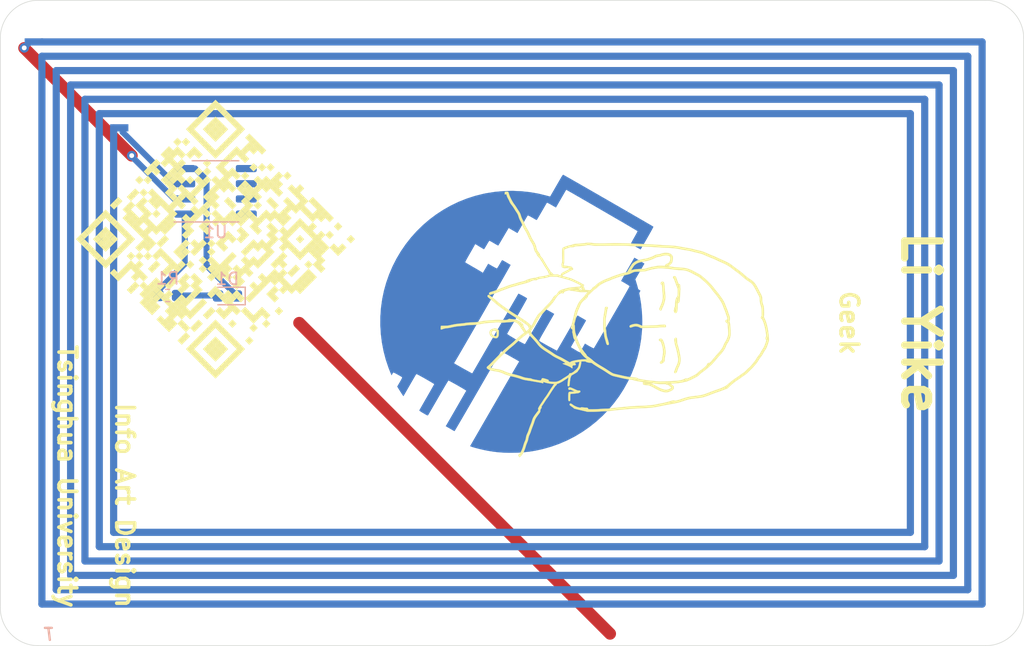
<source format=kicad_pcb>
(kicad_pcb (version 20171130) (host pcbnew "(5.1.9)-1")
  (layers (0 F.Cu signal) (31 B.Cu signal) (34 B.Paste user) (35 F.Paste user) (36 B.SilkS user) (37 F.SilkS user) (38 B.Mask user) (39 F.Mask user) (44 Edge.Cuts user))
  (net 0 "")
  (net 1 "Net-(AE1-Pad2)")
  (net 2 GND)
  (net 3 "Net-(D1-Pad2)")
  (net 4 +3V3)
  (net 5 "Net-(AE1-Pad1)")
  (net 6 "Net-(U1-Pad8)")
  (net 7 "Net-(U1-Pad7)")
  (net 8 "Net-(U1-Pad6)")
  (net 9 "Net-(U1-Pad5)")
  (module Avatars:8李怡珂 (layer F.Cu) (at 151.15 73.01 270)
    (fp_text reference G*** hide)
    (fp_text value LOGO hide)
  )
  (module Card:FutureInteractionDisconnect (layer B.Cu) (at 142.8 73.01)
    (fp_text reference G*** hide)
    (fp_text value LOGO hide)
    (fp_poly (pts (xy 0.476798 10.843159) (xy 0.984689 10.811521) (xy 1.474558 10.756716) (xy 1.960792 10.677047) (xy 2.457777 10.570817) (xy 2.578206 10.541687) (xy 3.286119 10.341214) (xy 3.97344 10.095386) (xy 4.638474 9.805974) (xy 5.279524 9.474753) (xy 5.894894 9.103496) (xy 6.482888 8.693976) (xy 7.04181 8.247968) (xy 7.569964 7.767244) (xy 8.065655 7.253579) (xy 8.527185 6.708745) (xy 8.952859 6.134517) (xy 9.340981 5.532667) (xy 9.689855 4.90497) (xy 9.997785 4.253199) (xy 10.263075 3.579127) (xy 10.484028 2.884529) (xy 10.658949 2.171177) (xy 10.67963 2.0701) (xy 10.801638 1.330457) (xy 10.873378 0.58695) (xy 10.894846 -0.158117) (xy 10.866035 -0.902439) (xy 10.78694 -1.643714) (xy 10.690058 -2.219732) (xy 10.635958 -2.496365) (xy 10.687195 -2.601827) (xy 10.738433 -2.707288) (xy 10.642725 -2.76237) (xy 10.57361 -2.813266) (xy 10.538395 -2.874747) (xy 10.529264 -2.912089) (xy 10.51508 -2.972243) (xy 10.489173 -3.068151) (xy 10.455095 -3.187118) (xy 10.416403 -3.316451) (xy 10.412243 -3.330031) (xy 10.312976 -3.653336) (xy 10.692223 -4.309184) (xy 11.071471 -4.965031) (xy 10.964985 -5.030828) (xy 10.903142 -5.068253) (xy 10.809179 -5.124154) (xy 10.694928 -5.191533) (xy 10.57222 -5.263392) (xy 10.547784 -5.277639) (xy 10.237069 -5.458652) (xy 10.137689 -5.288376) (xy 9.967675 -4.996343) (xy 9.808924 -4.722203) (xy 9.66303 -4.468783) (xy 9.531585 -4.23891) (xy 9.416183 -4.03541) (xy 9.318418 -3.861108) (xy 9.239884 -3.718833) (xy 9.182173 -3.61141) (xy 9.146879 -3.541665) (xy 9.135596 -3.512425) (xy 9.136046 -3.511716) (xy 9.164063 -3.496979) (xy 9.227852 -3.461062) (xy 9.3194 -3.408548) (xy 9.430696 -3.344018) (xy 9.4996 -3.303792) (xy 9.637811 -3.221258) (xy 9.735593 -3.15862) (xy 9.797636 -3.112437) (xy 9.828633 -3.079266) (xy 9.834027 -3.058465) (xy 9.820177 -3.029499) (xy 9.782837 -2.960241) (xy 9.723931 -2.854025) (xy 9.645384 -2.714183) (xy 9.549119 -2.544049) (xy 9.437062 -2.346956) (xy 9.311138 -2.126238) (xy 9.173271 -1.885229) (xy 9.025385 -1.62726) (xy 8.869405 -1.355667) (xy 8.707256 -1.073782) (xy 8.540863 -0.784938) (xy 8.372149 -0.49247) (xy 8.20304 -0.199709) (xy 8.03546 0.090009) (xy 7.871334 0.373352) (xy 7.712586 0.646987) (xy 7.561141 0.907579) (xy 7.418924 1.151796) (xy 7.287859 1.376305) (xy 7.16987 1.577771) (xy 7.066883 1.752862) (xy 6.980822 1.898244) (xy 6.913611 2.010584) (xy 6.867176 2.086548) (xy 6.84344 2.122803) (xy 6.840974 2.125466) (xy 6.808278 2.117555) (xy 6.738414 2.0862) (xy 6.637449 2.034628) (xy 6.511448 1.966064) (xy 6.36648 1.883737) (xy 6.208612 1.790872) (xy 6.183242 1.77566) (xy 6.105384 1.728857) (xy 5.894063 2.096329) (xy 5.823088 2.218199) (xy 5.760368 2.322976) (xy 5.710386 2.403401) (xy 5.677625 2.452217) (xy 5.667121 2.463723) (xy 5.637825 2.451453) (xy 5.575043 2.418207) (xy 5.487566 2.36919) (xy 5.384183 2.309608) (xy 5.273686 2.244664) (xy 5.164865 2.179564) (xy 5.066509 2.119512) (xy 4.98741 2.069714) (xy 4.936358 2.035373) (xy 4.92158 2.02229) (xy 4.933833 1.99713) (xy 4.969152 1.932263) (xy 5.025133 1.83193) (xy 5.09937 1.700376) (xy 5.189458 1.541844) (xy 5.29299 1.360577) (xy 5.407561 1.160818) (xy 5.530766 0.946812) (xy 5.55997 0.896198) (xy 5.684526 0.680078) (xy 5.80079 0.477699) (xy 5.906391 0.293234) (xy 5.998957 0.130856) (xy 6.076116 -0.00526) (xy 6.135498 -0.110942) (xy 6.17473 -0.182016) (xy 6.191441 -0.214307) (xy 6.191837 -0.215823) (xy 6.169285 -0.229211) (xy 6.111795 -0.262713) (xy 6.028445 -0.311082) (xy 5.928313 -0.369071) (xy 5.820475 -0.43143) (xy 5.714011 -0.492914) (xy 5.617997 -0.548273) (xy 5.541511 -0.592261) (xy 5.493632 -0.61963) (xy 5.483312 -0.625412) (xy 5.468283 -0.605464) (xy 5.430101 -0.545036) (xy 5.370888 -0.447717) (xy 5.292762 -0.317094) (xy 5.197843 -0.156756) (xy 5.088252 0.029711) (xy 4.966108 0.238716) (xy 4.833532 0.466674) (xy 4.692643 0.709995) (xy 4.622009 0.832368) (xy 4.477601 1.082663) (xy 4.340473 1.320067) (xy 4.212756 1.540903) (xy 4.096585 1.741495) (xy 3.994093 1.918167) (xy 3.907414 2.067243) (xy 3.838682 2.185046) (xy 3.790029 2.267902) (xy 3.76359 2.312132) (xy 3.759448 2.318529) (xy 3.735327 2.310133) (xy 3.673365 2.28003) (xy 3.579841 2.231692) (xy 3.461036 2.168593) (xy 3.32323 2.094204) (xy 3.172702 2.011998) (xy 3.015732 1.925448) (xy 2.858599 1.838025) (xy 2.707584 1.753204) (xy 2.568966 1.674455) (xy 2.449025 1.605252) (xy 2.354041 1.549067) (xy 2.290293 1.509373) (xy 2.268843 1.494271) (xy 2.266979 1.47259) (xy 2.284275 1.423159) (xy 2.32229 1.342886) (xy 2.382584 1.228679) (xy 2.466716 1.07745) (xy 2.571794 0.893812) (xy 2.685372 0.697133) (xy 2.81263 0.476767) (xy 2.944466 0.248473) (xy 3.071782 0.028007) (xy 3.185479 -0.168875) (xy 3.215098 -0.220164) (xy 3.525594 -0.757828) (xy 3.167325 -0.963385) (xy 3.0277 -1.042281) (xy 2.925374 -1.096862) (xy 2.854557 -1.129721) (xy 2.809459 -1.14345) (xy 2.784291 -1.140642) (xy 2.779722 -1.13692) (xy 2.762251 -1.109847) (xy 2.721702 -1.042493) (xy 2.660279 -0.938641) (xy 2.580188 -0.802073) (xy 2.483633 -0.63657) (xy 2.372819 -0.445915) (xy 2.249951 -0.233888) (xy 2.117234 -0.004271) (xy 1.976872 0.239154) (xy 1.931765 0.3175) (xy 1.789487 0.564379) (xy 1.654156 0.798552) (xy 1.527975 1.016246) (xy 1.41315 1.21369) (xy 1.311885 1.387112) (xy 1.226383 1.53274) (xy 1.158849 1.646802) (xy 1.111487 1.725526) (xy 1.086501 1.76514) (xy 1.083621 1.768911) (xy 1.054992 1.764093) (xy 0.989356 1.736223) (xy 0.892961 1.688891) (xy 0.772051 1.625688) (xy 0.632874 1.550206) (xy 0.481675 1.466035) (xy 0.324701 1.376766) (xy 0.168198 1.285989) (xy 0.018412 1.197296) (xy -0.118411 1.114277) (xy -0.236023 1.040523) (xy -0.32818 0.979625) (xy -0.388635 0.935174) (xy -0.411141 0.91076) (xy -0.411087 0.909645) (xy -0.397314 0.882444) (xy -0.360221 0.815008) (xy -0.301931 0.711067) (xy -0.22457 0.574353) (xy -0.130263 0.408597) (xy -0.021134 0.217531) (xy 0.100691 0.004887) (xy 0.233087 -0.225605) (xy 0.37393 -0.470213) (xy 0.435504 -0.576974) (xy 0.578763 -0.825951) (xy 0.713878 -1.062143) (xy 0.838786 -1.281859) (xy 0.951428 -1.481408) (xy 1.049742 -1.657099) (xy 1.131668 -1.805241) (xy 1.195145 -1.922143) (xy 1.238112 -2.004114) (xy 1.258508 -2.047464) (xy 1.259813 -2.053333) (xy 1.230636 -2.078021) (xy 1.167549 -2.119077) (xy 1.07968 -2.171534) (xy 0.976157 -2.23043) (xy 0.866109 -2.290799) (xy 0.758664 -2.347679) (xy 0.66295 -2.396104) (xy 0.588097 -2.43111) (xy 0.543232 -2.447734) (xy 0.534867 -2.447568) (xy 0.520172 -2.423431) (xy 0.481517 -2.3577) (xy 0.420304 -2.252797) (xy 0.337934 -2.111144) (xy 0.235808 -1.935163) (xy 0.115329 -1.727276) (xy -0.022102 -1.489904) (xy -0.175083 -1.225471) (xy -0.342214 -0.936399) (xy -0.522091 -0.625108) (xy -0.713315 -0.294021) (xy -0.914482 0.054439) (xy -1.124192 0.417851) (xy -1.341043 0.793792) (xy -1.395948 0.889) (xy -1.614299 1.26758) (xy -1.825822 1.634169) (xy -2.02912 1.986351) (xy -2.222792 2.321708) (xy -2.405442 2.637825) (xy -2.575668 2.932284) (xy -2.732075 3.202668) (xy -2.873262 3.446561) (xy -2.99783 3.661546) (xy -3.104383 3.845206) (xy -3.19152 3.995124) (xy -3.257843 4.108884) (xy -3.301953 4.184069) (xy -3.322453 4.218262) (xy -3.323727 4.220125) (xy -3.347562 4.21091) (xy -3.409249 4.179884) (xy -3.502578 4.13052) (xy -3.62134 4.066293) (xy -3.759327 3.990676) (xy -3.910329 3.907143) (xy -4.068139 3.819169) (xy -4.226546 3.730228) (xy -4.379343 3.643793) (xy -4.520319 3.563339) (xy -4.643268 3.492339) (xy -4.741979 3.434268) (xy -4.810243 3.392599) (xy -4.841853 3.370808) (xy -4.842135 3.370533) (xy -4.838087 3.343162) (xy -4.810259 3.29385) (xy -4.80401 3.284947) (xy -4.780083 3.247421) (xy -4.733048 3.169482) (xy -4.664429 3.053775) (xy -4.575747 2.902948) (xy -4.468526 2.719647) (xy -4.344288 2.506516) (xy -4.204555 2.266204) (xy -4.05085 2.001354) (xy -3.884696 1.714615) (xy -3.707615 1.408631) (xy -3.52113 1.086049) (xy -3.326763 0.749515) (xy -3.126037 0.401675) (xy -2.920474 0.045176) (xy -2.711598 -0.317338) (xy -2.50093 -0.683219) (xy -2.289994 -1.049821) (xy -2.080311 -1.414499) (xy -1.873405 -1.774607) (xy -1.670798 -2.127497) (xy -1.474012 -2.470525) (xy -1.28457 -2.801044) (xy -1.103995 -3.116407) (xy -0.93381 -3.41397) (xy -0.775536 -3.691085) (xy -0.630696 -3.945107) (xy -0.500814 -4.173389) (xy -0.387411 -4.373286) (xy -0.29201 -4.542152) (xy -0.216134 -4.677339) (xy -0.161306 -4.776203) (xy -0.129047 -4.836097) (xy -0.12055 -4.854481) (xy -0.148094 -4.872927) (xy -0.20966 -4.910308) (xy -0.296 -4.96131) (xy -0.397867 -5.020616) (xy -0.506014 -5.08291) (xy -0.611194 -5.142878) (xy -0.70416 -5.195204) (xy -0.775665 -5.234572) (xy -0.816461 -5.255667) (xy -0.822178 -5.2578) (xy -0.838059 -5.236966) (xy -0.874508 -5.179447) (xy -0.926976 -5.092712) (xy -0.990913 -4.984229) (xy -1.032724 -4.912095) (xy -1.102552 -4.79303) (xy -1.165122 -4.690318) (xy -1.215493 -4.611763) (xy -1.248727 -4.565171) (xy -1.258171 -4.55588) (xy -1.288054 -4.564389) (xy -1.35364 -4.59469) (xy -1.446906 -4.642711) (xy -1.559832 -4.70438) (xy -1.637655 -4.748519) (xy -1.990869 -4.951668) (xy -2.149317 -4.679284) (xy -2.217631 -4.562121) (xy -2.283393 -4.449812) (xy -2.338709 -4.355815) (xy -2.373162 -4.297784) (xy -2.438558 -4.188668) (xy -2.546429 -4.262275) (xy -2.597072 -4.294445) (xy -2.684832 -4.3476) (xy -2.80268 -4.417593) (xy -2.943589 -4.500277) (xy -3.100528 -4.591503) (xy -3.2639 -4.68565) (xy -3.424814 -4.778382) (xy -3.572138 -4.864052) (xy -3.699845 -4.939097) (xy -3.80191 -4.999949) (xy -3.872307 -5.043043) (xy -3.90501 -5.064814) (xy -3.905734 -5.065449) (xy -3.910202 -5.082339) (xy -3.901796 -5.116628) (xy -3.878477 -5.17232) (xy -3.838203 -5.25342) (xy -3.778934 -5.363933) (xy -3.698629 -5.507865) (xy -3.595247 -5.68922) (xy -3.531084 -5.800695) (xy -3.432139 -5.972688) (xy -3.341858 -6.130582) (xy -3.263264 -6.269015) (xy -3.19938 -6.382622) (xy -3.153231 -6.466041) (xy -3.127838 -6.513907) (xy -3.123812 -6.523205) (xy -3.111402 -6.557575) (xy -3.100951 -6.57599) (xy -3.080344 -6.590961) (xy -3.043599 -6.583451) (xy -2.980525 -6.550329) (xy -2.942589 -6.52732) (xy -2.749686 -6.408294) (xy -2.597127 -6.315195) (xy -2.482465 -6.246571) (xy -2.403252 -6.200974) (xy -2.357039 -6.176953) (xy -2.343024 -6.1722) (xy -2.324092 -6.193152) (xy -2.285107 -6.251056) (xy -2.230736 -6.338485) (xy -2.165646 -6.448011) (xy -2.120011 -6.527164) (xy -2.050271 -6.647126) (xy -1.987949 -6.749842) (xy -1.937776 -6.827859) (xy -1.904486 -6.873724) (xy -1.894188 -6.882764) (xy -1.865233 -6.870804) (xy -1.800524 -6.837362) (xy -1.708056 -6.786776) (xy -1.595824 -6.723386) (xy -1.520929 -6.6802) (xy -1.401491 -6.611244) (xy -1.297982 -6.552313) (xy -1.218106 -6.507727) (xy -1.169566 -6.481804) (xy -1.158573 -6.477) (xy -1.141528 -6.497567) (xy -1.104805 -6.553403) (xy -1.053996 -6.635708) (xy -1.001138 -6.72465) (xy -0.943078 -6.823665) (xy -0.865712 -6.955218) (xy -0.775624 -7.108136) (xy -0.679395 -7.271248) (xy -0.583609 -7.433381) (xy -0.567759 -7.460184) (xy -0.279207 -7.948068) (xy 0.455887 -7.523734) (xy 0.866825 -8.238617) (xy 0.967402 -8.413009) (xy 1.060911 -8.574047) (xy 1.144103 -8.716219) (xy 1.213727 -8.834015) (xy 1.266536 -8.921926) (xy 1.299281 -8.974441) (xy 1.307807 -8.986519) (xy 1.327383 -8.994683) (xy 1.363309 -8.987875) (xy 1.421643 -8.963388) (xy 1.508445 -8.918513) (xy 1.629772 -8.850544) (xy 1.691276 -8.815157) (xy 1.811773 -8.746037) (xy 1.916721 -8.6869) (xy 1.998341 -8.642044) (xy 2.048855 -8.615768) (xy 2.061268 -8.610688) (xy 2.077453 -8.631871) (xy 2.115688 -8.692012) (xy 2.172874 -8.78593) (xy 2.245914 -8.908443) (xy 2.331708 -9.054371) (xy 2.427158 -9.218533) (xy 2.490374 -9.32815) (xy 2.590527 -9.502048) (xy 2.682946 -9.661936) (xy 2.764507 -9.802454) (xy 2.832086 -9.918243) (xy 2.88256 -10.003945) (xy 2.912803 -10.054199) (xy 2.919983 -10.065158) (xy 2.946486 -10.059565) (xy 3.009077 -10.031782) (xy 3.100194 -9.985601) (xy 3.212271 -9.924811) (xy 3.304985 -9.872229) (xy 3.672914 -9.659841) (xy 4.531862 -11.148983) (xy 4.647181 -11.084657) (xy 4.745495 -11.029327) (xy 4.878742 -10.953582) (xy 5.043824 -10.85922) (xy 5.237643 -10.74804) (xy 5.4571 -10.62184) (xy 5.699097 -10.482418) (xy 5.960536 -10.331574) (xy 6.238318 -10.171106) (xy 6.529346 -10.002811) (xy 6.830521 -9.82849) (xy 7.138744 -9.64994) (xy 7.450919 -9.468959) (xy 7.763945 -9.287347) (xy 8.074726 -9.106902) (xy 8.380163 -8.929423) (xy 8.677157 -8.756707) (xy 8.962611 -8.590554) (xy 9.233426 -8.432762) (xy 9.486504 -8.28513) (xy 9.718747 -8.149456) (xy 9.927056 -8.027539) (xy 10.108334 -7.921176) (xy 10.259481 -7.832168) (xy 10.377401 -7.762312) (xy 10.458993 -7.713406) (xy 10.501161 -7.68725) (xy 10.506485 -7.683316) (xy 10.497286 -7.654357) (xy 10.46572 -7.588192) (xy 10.415246 -7.49136) (xy 10.349323 -7.3704) (xy 10.271409 -7.231851) (xy 10.224413 -7.150028) (xy 10.141958 -7.005108) (xy 10.070332 -6.874558) (xy 10.012842 -6.7648) (xy 9.972795 -6.682257) (xy 9.9535 -6.63335) (xy 9.953021 -6.623018) (xy 9.980019 -6.604656) (xy 10.041235 -6.567003) (xy 10.128288 -6.514927) (xy 10.232797 -6.453294) (xy 10.346382 -6.386968) (xy 10.460661 -6.320818) (xy 10.567255 -6.259708) (xy 10.657782 -6.208505) (xy 10.723862 -6.172076) (xy 10.757113 -6.155285) (xy 10.759427 -6.154793) (xy 10.772426 -6.177069) (xy 10.808159 -6.238814) (xy 10.864001 -6.335479) (xy 10.937327 -6.462514) (xy 11.025512 -6.615372) (xy 11.12593 -6.789503) (xy 11.235957 -6.980358) (xy 11.302268 -7.095411) (xy 11.424496 -7.308908) (xy 11.534096 -7.503137) (xy 11.62898 -7.674229) (xy 11.707058 -7.818311) (xy 11.766244 -7.931512) (xy 11.804449 -8.009962) (xy 11.819584 -8.049789) (xy 11.819201 -8.053758) (xy 11.793341 -8.070444) (xy 11.726342 -8.110703) (xy 11.620964 -8.172945) (xy 11.479967 -8.255581) (xy 11.306114 -8.35702) (xy 11.102164 -8.475674) (xy 10.870878 -8.609951) (xy 10.615018 -8.758263) (xy 10.337343 -8.91902) (xy 10.040614 -9.090632) (xy 9.727593 -9.27151) (xy 9.40104 -9.460063) (xy 9.063716 -9.654702) (xy 8.718381 -9.853837) (xy 8.367797 -10.055878) (xy 8.014724 -10.259236) (xy 7.661922 -10.462322) (xy 7.312153 -10.663544) (xy 6.968178 -10.861314) (xy 6.632756 -11.054042) (xy 6.30865 -11.240138) (xy 5.998619 -11.418012) (xy 5.705424 -11.586075) (xy 5.431827 -11.742737) (xy 5.180587 -11.886409) (xy 4.954466 -12.015499) (xy 4.756225 -12.12842) (xy 4.588623 -12.22358) (xy 4.454423 -12.299391) (xy 4.356384 -12.354262) (xy 4.297268 -12.386604) (xy 4.279741 -12.3952) (xy 4.250856 -12.374613) (xy 4.20655 -12.320076) (xy 4.155381 -12.242424) (xy 4.144306 -12.22375) (xy 4.10714 -12.159655) (xy 4.048542 -12.058342) (xy 3.972437 -11.92661) (xy 3.882752 -11.771259) (xy 3.783412 -11.599088) (xy 3.678343 -11.416897) (xy 3.620006 -11.3157) (xy 3.518863 -11.140318) (xy 3.426042 -10.979555) (xy 3.344523 -10.838554) (xy 3.277283 -10.722459) (xy 3.227302 -10.636417) (xy 3.197559 -10.58557) (xy 3.190352 -10.573648) (xy 3.16546 -10.578053) (xy 3.100997 -10.593975) (xy 3.006248 -10.619014) (xy 2.890498 -10.650768) (xy 2.868982 -10.656778) (xy 2.179465 -10.824098) (xy 1.473229 -10.945348) (xy 0.755268 -11.020388) (xy 0.030576 -11.049075) (xy -0.695852 -11.031266) (xy -1.419022 -10.966818) (xy -2.13394 -10.85559) (xy -2.377149 -10.806469) (xy -3.091019 -10.628093) (xy -3.78564 -10.403717) (xy -4.459279 -10.135027) (xy -5.110204 -9.823706) (xy -5.73668 -9.47144) (xy -6.336975 -9.079914) (xy -6.909355 -8.650813) (xy -7.452089 -8.185823) (xy -7.963441 -7.686626) (xy -8.44168 -7.15491) (xy -8.885073 -6.592358) (xy -9.291885 -6.000657) (xy -9.660384 -5.381489) (xy -9.988838 -4.736542) (xy -10.275512 -4.067499) (xy -10.518674 -3.376045) (xy -10.705417 -2.709609) (xy -10.855206 -1.996713) (xy -10.956265 -1.273971) (xy -11.008864 -0.544935) (xy -11.013276 0.186843) (xy -10.96977 0.917811) (xy -10.878618 1.644416) (xy -10.740092 2.363108) (xy -10.554461 3.070334) (xy -10.321997 3.762541) (xy -10.185078 4.109643) (xy -10.07652 4.371185) (xy -10.014684 4.26232) (xy -9.973392 4.195385) (xy -9.938334 4.148296) (xy -9.926474 4.137155) (xy -9.897913 4.144185) (xy -9.834872 4.172127) (xy -9.746552 4.215965) (xy -9.642155 4.270678) (xy -9.530883 4.331248) (xy -9.421938 4.392656) (xy -9.324521 4.449883) (xy -9.247835 4.497909) (xy -9.201081 4.531717) (xy -9.198038 4.534467) (xy -9.188641 4.552931) (xy -9.192238 4.584273) (xy -9.211619 4.634749) (xy -9.249572 4.710616) (xy -9.30889 4.818128) (xy -9.379424 4.941202) (xy -9.595673 5.315065) (xy -9.542201 5.407083) (xy -9.495868 5.484434) (xy -9.433425 5.585479) (xy -9.362038 5.698978) (xy -9.288871 5.813695) (xy -9.22109 5.918392) (xy -9.16586 6.001832) (xy -9.1313 6.051501) (xy -9.0805 6.119745) (xy -8.560943 5.216605) (xy -8.447866 5.020317) (xy -8.341986 4.837045) (xy -8.246126 4.671634) (xy -8.163107 4.52893) (xy -8.09575 4.41378) (xy -8.046879 4.33103) (xy -8.019314 4.285524) (xy -8.014843 4.27878) (xy -7.999627 4.273543) (xy -7.967701 4.280546) (xy -7.915107 4.30179) (xy -7.837885 4.339275) (xy -7.732077 4.395003) (xy -7.593726 4.470975) (xy -7.418872 4.569192) (xy -7.24535 4.667806) (xy -7.069041 4.768995) (xy -6.907678 4.862832) (xy -6.766374 4.946249) (xy -6.650242 5.016177) (xy -6.564394 5.069546) (xy -6.513942 5.103289) (xy -6.5024 5.113779) (xy -6.514744 5.139551) (xy -6.550146 5.204943) (xy -6.606162 5.305639) (xy -6.68035 5.437321) (xy -6.770267 5.595674) (xy -6.873469 5.776382) (xy -6.987512 5.975129) (xy -7.109955 6.187599) (xy -7.124863 6.213408) (xy -7.248334 6.427429) (xy -7.363912 6.628381) (xy -7.469126 6.811922) (xy -7.561504 6.973712) (xy -7.638573 7.109408) (xy -7.697861 7.214669) (xy -7.736897 7.285154) (xy -7.753209 7.316522) (xy -7.753513 7.317416) (xy -7.734805 7.33856) (xy -7.679116 7.379844) (xy -7.593686 7.436403) (xy -7.485756 7.503373) (xy -7.407105 7.550102) (xy -7.273259 7.627504) (xy -7.176164 7.68116) (xy -7.109295 7.713926) (xy -7.066124 7.728655) (xy -7.040125 7.728203) (xy -7.025798 7.716885) (xy -7.008417 7.68856) (xy -6.967898 7.620001) (xy -6.906444 7.515003) (xy -6.826258 7.377358) (xy -6.729543 7.210863) (xy -6.618502 7.01931) (xy -6.495339 6.806494) (xy -6.362256 6.576208) (xy -6.221456 6.332248) (xy -6.17358 6.249223) (xy -6.030885 6.002351) (xy -5.895079 5.768628) (xy -5.768362 5.551761) (xy -5.652934 5.355458) (xy -5.550995 5.183424) (xy -5.464744 5.039367) (xy -5.396382 4.926994) (xy -5.348109 4.850011) (xy -5.322124 4.812126) (xy -5.31873 4.8088) (xy -5.291092 4.818252) (xy -5.22652 4.849717) (xy -5.131197 4.899669) (xy -5.011306 4.964584) (xy -4.873028 5.040937) (xy -4.722548 5.125203) (xy -4.566048 5.213858) (xy -4.40971 5.303377) (xy -4.259718 5.390236) (xy -4.122254 5.470909) (xy -4.0035 5.541872) (xy -3.90964 5.599601) (xy -3.846857 5.64057) (xy -3.821332 5.661255) (xy -3.821163 5.662539) (xy -3.834986 5.686479) (xy -3.872027 5.750678) (xy -3.930125 5.851386) (xy -4.007118 5.984856) (xy -4.100845 6.147341) (xy -4.209143 6.335093) (xy -4.329851 6.544364) (xy -4.460806 6.771406) (xy -4.599848 7.012472) (xy -4.635278 7.0739) (xy -4.777342 7.320144) (xy -4.912933 7.555043) (xy -5.039747 7.774611) (xy -5.155478 7.974864) (xy -5.257823 8.151818) (xy -5.344476 8.301489) (xy -5.413132 8.419891) (xy -5.461488 8.503041) (xy -5.487237 8.546954) (xy -5.489459 8.550657) (xy -5.537891 8.630414) (xy -5.183336 8.836407) (xy -5.062378 8.905981) (xy -4.95657 8.965514) (xy -4.873764 9.010693) (xy -4.821815 9.037205) (xy -4.808341 9.042384) (xy -4.793541 9.02077) (xy -4.754785 8.957527) (xy -4.693468 8.855046) (xy -4.610985 8.715719) (xy -4.508733 8.54194) (xy -4.388107 8.3361) (xy -4.250502 8.100592) (xy -4.097313 7.837807) (xy -3.929938 7.550139) (xy -3.74977 7.239978) (xy -3.558205 6.909718) (xy -3.35664 6.56175) (xy -3.146469 6.198467) (xy -2.929089 5.822261) (xy -2.859819 5.702284) (xy -2.640444 5.322512) (xy -2.427811 4.954916) (xy -2.223316 4.601889) (xy -2.028357 4.265822) (xy -1.844333 3.949108) (xy -1.67264 3.65414) (xy -1.514676 3.38331) (xy -1.371838 3.139011) (xy -1.245525 2.923634) (xy -1.137133 2.739574) (xy -1.048061 2.589221) (xy -0.979706 2.474969) (xy -0.933465 2.39921) (xy -0.910737 2.364336) (xy -0.908677 2.3622) (xy -0.883983 2.374197) (xy -0.821417 2.407837) (xy -0.727235 2.459595) (xy -0.607691 2.525945) (xy -0.469041 2.603361) (xy -0.317539 2.688318) (xy -0.159441 2.77729) (xy -0.001002 2.866752) (xy 0.151523 2.953178) (xy 0.291879 3.033042) (xy 0.413811 3.102819) (xy 0.511064 3.158982) (xy 0.577382 3.198008) (xy 0.605815 3.21583) (xy 0.597824 3.238062) (xy 0.567109 3.28585) (xy 0.55202 3.306682) (xy 0.533848 3.33594) (xy 0.491753 3.406662) (xy 0.427202 3.516313) (xy 0.341664 3.662358) (xy 0.236609 3.842263) (xy 0.113506 4.053493) (xy -0.026177 4.293515) (xy -0.180972 4.559792) (xy -0.349408 4.849792) (xy -0.530017 5.160979) (xy -0.72133 5.490818) (xy -0.921879 5.836776) (xy -1.130194 6.196318) (xy -1.344806 6.566908) (xy -1.564248 6.946013) (xy -1.787048 7.331099) (xy -2.01174 7.71963) (xy -2.236854 8.109072) (xy -2.46092 8.49689) (xy -2.682471 8.880551) (xy -2.900037 9.257518) (xy -3.112149 9.625259) (xy -3.317339 9.981238) (xy -3.496308 10.291954) (xy -3.479985 10.309903) (xy -3.420145 10.336587) (xy -3.323004 10.370372) (xy -3.194775 10.409626) (xy -3.041674 10.452715) (xy -2.869914 10.498006) (xy -2.685711 10.543866) (xy -2.495278 10.588661) (xy -2.30483 10.63076) (xy -2.120582 10.668528) (xy -1.948748 10.700332) (xy -1.9304 10.703476) (xy -1.598835 10.755753) (xy -1.288473 10.795474) (xy -0.984184 10.823852) (xy -0.670839 10.842104) (xy -0.333305 10.851442) (xy -0.0635 10.853328) (xy 0.476798 10.843159)) (layer B.Cu) (width 0.01))
  )
  (module Card:interact.cool (layer F.Cu) (at 118 66 45)
    (fp_text reference QR hide)
    (fp_text value https://interact.cool/ hide)
  )
  (module Card:NFC-Antenna_6_79.24x47.62_0.6x0.6mm (layer B.Cu) (at 142.8 73.01)
    (fp_text reference AE1 hide)
    (fp_text value Antenna_Loop)
    (fp_line (start -39.32 -23.51) (end 39.32 -23.51) (layer B.Cu) (width 0.6))
    (fp_line (start 39.32 -23.51) (end 39.32 23.51) (layer B.Cu) (width 0.6))
    (fp_line (start 39.32 23.51) (end -39.32 23.51) (layer B.Cu) (width 0.6))
    (fp_line (start -39.32 23.51) (end -39.32 -22.31) (layer B.Cu) (width 0.6))
    (fp_line (start -39.32 -22.31) (end 38.12 -22.31) (layer B.Cu) (width 0.6))
    (fp_line (start 38.12 -22.31) (end 38.12 22.31) (layer B.Cu) (width 0.6))
    (fp_line (start 38.12 22.31) (end -38.12 22.31) (layer B.Cu) (width 0.6))
    (fp_line (start -38.12 22.31) (end -38.12 -21.11) (layer B.Cu) (width 0.6))
    (fp_line (start -38.12 -21.11) (end 36.92 -21.11) (layer B.Cu) (width 0.6))
    (fp_line (start 36.92 -21.11) (end 36.92 21.11) (layer B.Cu) (width 0.6))
    (fp_line (start 36.92 21.11) (end -36.92 21.11) (layer B.Cu) (width 0.6))
    (fp_line (start -36.92 21.11) (end -36.92 -19.91) (layer B.Cu) (width 0.6))
    (fp_line (start -36.92 -19.91) (end 35.72 -19.91) (layer B.Cu) (width 0.6))
    (fp_line (start 35.72 -19.91) (end 35.72 19.91) (layer B.Cu) (width 0.6))
    (fp_line (start 35.72 19.91) (end -35.72 19.91) (layer B.Cu) (width 0.6))
    (fp_line (start -35.72 19.91) (end -35.72 -18.71) (layer B.Cu) (width 0.6))
    (fp_line (start -35.72 -18.71) (end 34.52 -18.71) (layer B.Cu) (width 0.6))
    (fp_line (start 34.52 -18.71) (end 34.52 18.71) (layer B.Cu) (width 0.6))
    (fp_line (start 34.52 18.71) (end -34.52 18.71) (layer B.Cu) (width 0.6))
    (fp_line (start -34.52 18.71) (end -34.52 -17.51) (layer B.Cu) (width 0.6))
    (fp_line (start -34.52 -17.51) (end 33.32 -17.51) (layer B.Cu) (width 0.6))
    (fp_line (start 33.32 -17.51) (end 33.32 17.51) (layer B.Cu) (width 0.6))
    (fp_line (start 33.32 17.51) (end -33.32 17.51) (layer B.Cu) (width 0.6))
    (fp_line (start -33.32 17.51) (end -33.32 -16.31) (layer B.Cu) (width 0.6))
    (pad 2 smd rect (at -40 -23.51) (size 1.524 0.6) (layers B.Cu) (net 1 "Net-(AE1-Pad2)"))
    (pad 1 smd rect (at -32.85 -16.325) (size 1.524 0.6) (layers B.Cu) (net 5 "Net-(AE1-Pad1)"))
  )
  (module Package_SO:SO-8_3.9x4.9mm_P1.27mm (layer B.Cu) (at 118 62)
    (fp_text reference U1 (at 0 3.4) (layer B.SilkS) (effects (justify mirror)))
    (fp_text value M24LR04E-R)
    (pad 8 smd roundrect (at 2.575 1.905) (size 1.75 0.6) (layers B.Cu B.Paste B.Mask) (net 6 "Net-(U1-Pad8)"))
    (pad 7 smd roundrect (at 2.575 0.635) (size 1.75 0.6) (layers B.Cu B.Paste B.Mask) (net 7 "Net-(U1-Pad7)"))
    (pad 6 smd roundrect (at 2.575 -0.635) (size 1.75 0.6) (layers B.Cu B.Paste B.Mask) (net 8 "Net-(U1-Pad6)"))
    (pad 5 smd roundrect (at 2.575 -1.905) (size 1.75 0.6) (layers B.Cu B.Paste B.Mask) (net 9 "Net-(U1-Pad5)"))
    (pad 4 smd roundrect (at -2.575 -1.905) (size 1.75 0.6) (layers B.Cu B.Paste B.Mask) (net 2 GND))
    (pad 3 smd roundrect (at -2.575 -0.635) (size 1.75 0.6) (layers B.Cu B.Paste B.Mask) (net 5 "Net-(AE1-Pad1)"))
    (pad 2 smd roundrect (at -2.575 0.635) (size 1.75 0.6) (layers B.Cu B.Paste B.Mask) (net 1 "Net-(AE1-Pad2)"))
    (pad 1 smd roundrect (at -2.575 1.905) (size 1.75 0.6) (layers B.Cu B.Paste B.Mask) (net 4 +3V3))
  )
  (module Resistor_SMD:R_0603_1608Metric (layer B.Cu) (at 114 70.71 180)
    (fp_text reference R1 (at 0 1.43) (layer B.SilkS) (effects (justify mirror)))
    (fp_text value R)
    (pad 2 smd roundrect (at 0.7875 0 180) (size 0.875 0.95) (layers B.Cu B.Paste B.Mask) (net 4 +3V3))
    (pad 1 smd roundrect (at -0.7875 0 180) (size 0.875 0.95) (layers B.Cu B.Paste B.Mask) (net 3 "Net-(D1-Pad2)"))
  )
  (module LED_SMD:LED_0603_1608Metric (layer B.Cu) (at 119 70.75 180)
    (fp_text reference D1 (at 0 1.43) (layer B.SilkS) (effects (justify mirror)))
    (fp_text value LED)
    (pad 2 smd roundrect (at 0.7875 0 180) (size 0.875 0.95) (layers B.Cu B.Paste B.Mask) (net 3 "Net-(D1-Pad2)"))
    (pad 1 smd roundrect (at -0.7875 0 180) (size 0.875 0.95) (layers B.Cu B.Paste B.Mask) (net 2 GND))
  )
  (gr_text T (at 104.14 99.06) (layer B.SilkS) (effects (font (size 1 1) (thickness 0.2) italic) (justify mirror)))
  (gr_text "Info Art Design\n\nTsinghua University" (at 108 97 270) (layer F.SilkS) (effects (font (size 1.5 1.5) (thickness 0.3)) (justify right)))
  (gr_text Geek (at 171 73 -90) (layer F.SilkS) (effects (font (size 1.5 1.5) (thickness 0.3))))
  (gr_text "Li Yike" (at 177 73 -90) (layer F.SilkS) (effects (font (size 3 3) (thickness 0.6))))
  (gr_line (start 103.18 100) (end 182.42 100) (layer Edge.Cuts) (width 0.05))
  (gr_line (start 185.6 49.2) (end 185.6 96.82) (layer Edge.Cuts) (width 0.05))
  (gr_line (start 100 49.2) (end 100 96.82) (layer Edge.Cuts) (width 0.05))
  (gr_line (start 103.18 46.02) (end 182.42 46.02) (layer Edge.Cuts) (width 0.05))
  (gr_arc (start 103.18 49.2) (end 103.18 46.02) (angle -90) (layer Edge.Cuts) (width 0.05))
  (gr_arc (start 182.42 49.2) (end 185.6 49.2) (angle -90) (layer Edge.Cuts) (width 0.05))
  (gr_arc (start 103.18 96.82) (end 100 96.82) (angle -90) (layer Edge.Cuts) (width 0.05))
  (gr_arc (start 182.42 96.82) (end 182.42 100) (angle -90) (layer Edge.Cuts) (width 0.05))
  (segment (start 125 73) (end 151 99) (width 1) (layer F.Cu) (net 0))
  (via (at 110.991459 59.008541) (size 0.8) (drill 0.4) (layers F.Cu B.Cu) (net 1))
  (segment (start 110.991459 59.076459) (end 110.991459 59.008541) (width 0.5) (layer B.Cu) (net 1))
  (segment (start 115.425 62.635) (end 114.55 62.635) (width 0.5) (layer B.Cu) (net 1))
  (segment (start 114.55 62.635) (end 110.991459 59.076459) (width 0.5) (layer B.Cu) (net 1))
  (via (at 102 50) (size 0.8) (drill 0.4) (layers F.Cu B.Cu) (net 1))
  (segment (start 110.991459 59.008541) (end 102 50.017082) (width 1) (layer F.Cu) (net 1))
  (segment (start 102 50.017082) (end 102 50) (width 0.5) (layer F.Cu) (net 1))
  (segment (start 102.5 49.5) (end 102.72999 49.5) (width 0.5) (layer B.Cu) (net 1))
  (segment (start 102 50) (end 102.5 49.5) (width 0.5) (layer B.Cu) (net 1))
  (segment (start 116.3 60.095) (end 117.25 61.045) (width 0.5) (layer B.Cu) (net 2))
  (segment (start 115.425 60.095) (end 116.3 60.095) (width 0.5) (layer B.Cu) (net 2))
  (segment (start 117.25 68.2125) (end 119.7875 70.75) (width 0.5) (layer B.Cu) (net 2))
  (segment (start 117.25 61.045) (end 117.25 68.2125) (width 0.5) (layer B.Cu) (net 2))
  (segment (start 118.1725 70.71) (end 118.2125 70.75) (width 0.5) (layer B.Cu) (net 3))
  (segment (start 114.7875 70.71) (end 118.1725 70.71) (width 0.5) (layer B.Cu) (net 3))
  (segment (start 115.425 63.905) (end 115.425 68.075) (width 0.5) (layer B.Cu) (net 4))
  (segment (start 113.2125 70.2875) (end 113.2125 70.71) (width 0.5) (layer B.Cu) (net 4))
  (segment (start 115.425 68.075) (end 113.2125 70.2875) (width 0.5) (layer B.Cu) (net 4))
  (segment (start 110.23001 57.04501) (end 110.23001 56.685) (width 0.5) (layer B.Cu) (net 5))
  (segment (start 115.425 61.365) (end 114.55 61.365) (width 0.5) (layer B.Cu) (net 5))
  (segment (start 114.55 61.365) (end 110.23001 57.04501) (width 0.5) (layer B.Cu) (net 5))
)
</source>
